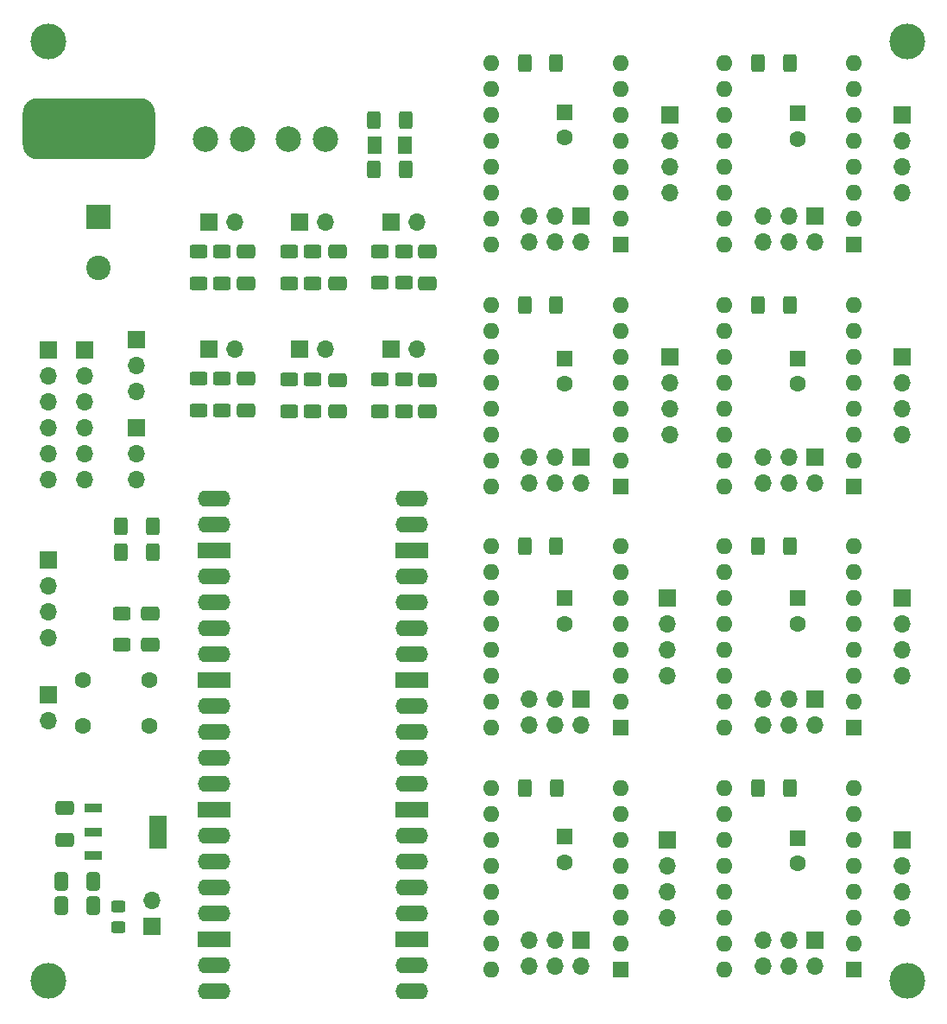
<source format=gbr>
%TF.GenerationSoftware,KiCad,Pcbnew,7.0.5*%
%TF.CreationDate,2023-08-20T17:21:48-04:00*%
%TF.ProjectId,RPi_Pico_W_A4988_control_board,5250695f-5069-4636-9f5f-575f41343938,rev?*%
%TF.SameCoordinates,Original*%
%TF.FileFunction,Soldermask,Top*%
%TF.FilePolarity,Negative*%
%FSLAX46Y46*%
G04 Gerber Fmt 4.6, Leading zero omitted, Abs format (unit mm)*
G04 Created by KiCad (PCBNEW 7.0.5) date 2023-08-20 17:21:48*
%MOMM*%
%LPD*%
G01*
G04 APERTURE LIST*
G04 Aperture macros list*
%AMRoundRect*
0 Rectangle with rounded corners*
0 $1 Rounding radius*
0 $2 $3 $4 $5 $6 $7 $8 $9 X,Y pos of 4 corners*
0 Add a 4 corners polygon primitive as box body*
4,1,4,$2,$3,$4,$5,$6,$7,$8,$9,$2,$3,0*
0 Add four circle primitives for the rounded corners*
1,1,$1+$1,$2,$3*
1,1,$1+$1,$4,$5*
1,1,$1+$1,$6,$7*
1,1,$1+$1,$8,$9*
0 Add four rect primitives between the rounded corners*
20,1,$1+$1,$2,$3,$4,$5,0*
20,1,$1+$1,$4,$5,$6,$7,0*
20,1,$1+$1,$6,$7,$8,$9,0*
20,1,$1+$1,$8,$9,$2,$3,0*%
G04 Aperture macros list end*
%ADD10C,1.600000*%
%ADD11R,1.750000X0.950000*%
%ADD12R,1.750000X3.200000*%
%ADD13RoundRect,0.250000X-0.400000X-0.625000X0.400000X-0.625000X0.400000X0.625000X-0.400000X0.625000X0*%
%ADD14R,1.600000X1.600000*%
%ADD15R,1.700000X1.700000*%
%ADD16O,1.700000X1.700000*%
%ADD17RoundRect,0.250000X0.650000X-0.412500X0.650000X0.412500X-0.650000X0.412500X-0.650000X-0.412500X0*%
%ADD18RoundRect,0.250000X0.625000X-0.400000X0.625000X0.400000X-0.625000X0.400000X-0.625000X-0.400000X0*%
%ADD19C,2.500000*%
%ADD20C,3.500000*%
%ADD21RoundRect,1.500000X-5.000000X1.500000X-5.000000X-1.500000X5.000000X-1.500000X5.000000X1.500000X0*%
%ADD22O,1.600000X1.600000*%
%ADD23RoundRect,0.250000X0.400000X0.625000X-0.400000X0.625000X-0.400000X-0.625000X0.400000X-0.625000X0*%
%ADD24RoundRect,0.250001X0.462499X0.624999X-0.462499X0.624999X-0.462499X-0.624999X0.462499X-0.624999X0*%
%ADD25R,2.400000X2.400000*%
%ADD26C,2.400000*%
%ADD27RoundRect,0.250000X0.450000X-0.325000X0.450000X0.325000X-0.450000X0.325000X-0.450000X-0.325000X0*%
%ADD28RoundRect,0.250000X0.412500X0.650000X-0.412500X0.650000X-0.412500X-0.650000X0.412500X-0.650000X0*%
%ADD29RoundRect,0.250000X-0.650000X0.412500X-0.650000X-0.412500X0.650000X-0.412500X0.650000X0.412500X0*%
%ADD30O,3.200000X1.600000*%
%ADD31R,3.200000X1.600000*%
G04 APERTURE END LIST*
D10*
%TO.C,SW1*%
X107950000Y-93550000D03*
X107950000Y-98050000D03*
X114450000Y-93550000D03*
X114450000Y-98050000D03*
%TD*%
D11*
%TO.C,IC1*%
X108940000Y-106100000D03*
X108940000Y-108400000D03*
X108940000Y-110700000D03*
D12*
X115240000Y-108400000D03*
%TD*%
D13*
%TO.C,R38*%
X136450000Y-38700000D03*
X139550000Y-38700000D03*
%TD*%
D14*
%TO.C,C13*%
X178000000Y-38000000D03*
D10*
X178000000Y-40500000D03*
%TD*%
D15*
%TO.C,J2*%
X188250000Y-85510000D03*
D16*
X188250000Y-88050000D03*
X188250000Y-90590000D03*
X188250000Y-93130000D03*
%TD*%
D17*
%TO.C,C9*%
X141700000Y-67242500D03*
X141700000Y-64117500D03*
%TD*%
D15*
%TO.C,J13*%
X156805000Y-119025000D03*
D16*
X156805000Y-121565000D03*
X154265000Y-119025000D03*
X154265000Y-121565000D03*
X151725000Y-119025000D03*
X151725000Y-121565000D03*
%TD*%
D18*
%TO.C,R33*%
X128150000Y-67200000D03*
X128150000Y-64100000D03*
%TD*%
D19*
%TO.C,U1*%
X119905000Y-40550000D03*
X123565000Y-40550000D03*
X128035000Y-40550000D03*
X131695000Y-40550000D03*
%TD*%
D15*
%TO.C,J4*%
X165250000Y-109195000D03*
D16*
X165250000Y-111735000D03*
X165250000Y-114275000D03*
X165250000Y-116815000D03*
%TD*%
D18*
%TO.C,R28*%
X128150000Y-54637500D03*
X128150000Y-51537500D03*
%TD*%
D15*
%TO.C,J27*%
X165510000Y-38200000D03*
D16*
X165510000Y-40740000D03*
X165510000Y-43280000D03*
X165510000Y-45820000D03*
%TD*%
D15*
%TO.C,J8*%
X165510000Y-61865000D03*
D16*
X165510000Y-64405000D03*
X165510000Y-66945000D03*
X165510000Y-69485000D03*
%TD*%
D15*
%TO.C,J12*%
X138100000Y-61100000D03*
D16*
X140640000Y-61100000D03*
%TD*%
D13*
%TO.C,R40*%
X111650000Y-78500000D03*
X114750000Y-78500000D03*
%TD*%
D15*
%TO.C,J25*%
X179685000Y-48040000D03*
D16*
X179685000Y-50580000D03*
X177145000Y-48040000D03*
X177145000Y-50580000D03*
X174605000Y-48040000D03*
X174605000Y-50580000D03*
%TD*%
D20*
%TO.C,H3*%
X104500000Y-123000000D03*
%TD*%
%TO.C,H4*%
X188750000Y-123000000D03*
%TD*%
D18*
%TO.C,R37*%
X139375000Y-67200000D03*
X139375000Y-64100000D03*
%TD*%
D15*
%TO.C,J21*%
X108100000Y-61170000D03*
D16*
X108100000Y-63710000D03*
X108100000Y-66250000D03*
X108100000Y-68790000D03*
X108100000Y-71330000D03*
X108100000Y-73870000D03*
%TD*%
D15*
%TO.C,J28*%
X113150000Y-60140000D03*
D16*
X113150000Y-62680000D03*
X113150000Y-65220000D03*
%TD*%
D17*
%TO.C,C10*%
X114500000Y-90102500D03*
X114500000Y-86977500D03*
%TD*%
D21*
%TO.C,J31*%
X108500000Y-39500000D03*
%TD*%
D14*
%TO.C,A3*%
X183500000Y-98200000D03*
D22*
X183500000Y-95660000D03*
X183500000Y-93120000D03*
X183500000Y-90580000D03*
X183500000Y-88040000D03*
X183500000Y-85500000D03*
X183500000Y-82960000D03*
X183500000Y-80420000D03*
X170800000Y-80420000D03*
X170800000Y-82960000D03*
X170800000Y-85500000D03*
X170800000Y-88040000D03*
X170800000Y-90580000D03*
X170800000Y-93120000D03*
X170800000Y-95660000D03*
X170800000Y-98200000D03*
%TD*%
D15*
%TO.C,J11*%
X129200000Y-61100000D03*
D16*
X131740000Y-61100000D03*
%TD*%
D18*
%TO.C,R12*%
X121575000Y-54637500D03*
X121575000Y-51537500D03*
%TD*%
D15*
%TO.C,J22*%
X114700000Y-117675000D03*
D16*
X114700000Y-115135000D03*
%TD*%
D17*
%TO.C,C6*%
X141700000Y-54650000D03*
X141700000Y-51525000D03*
%TD*%
D18*
%TO.C,R30*%
X137050000Y-54600000D03*
X137050000Y-51500000D03*
%TD*%
D13*
%TO.C,R25*%
X151250000Y-80450000D03*
X154350000Y-80450000D03*
%TD*%
D14*
%TO.C,C15*%
X178000000Y-85500000D03*
D10*
X178000000Y-88000000D03*
%TD*%
D13*
%TO.C,R8*%
X174120000Y-104080000D03*
X177220000Y-104080000D03*
%TD*%
D14*
%TO.C,C17*%
X155150000Y-62000000D03*
D10*
X155150000Y-64500000D03*
%TD*%
D18*
%TO.C,R36*%
X130475000Y-67200000D03*
X130475000Y-64100000D03*
%TD*%
D20*
%TO.C,H1*%
X104500000Y-31000000D03*
%TD*%
D14*
%TO.C,C19*%
X178000000Y-109000000D03*
D10*
X178000000Y-111500000D03*
%TD*%
D14*
%TO.C,A2*%
X183500000Y-121865000D03*
D22*
X183500000Y-119325000D03*
X183500000Y-116785000D03*
X183500000Y-114245000D03*
X183500000Y-111705000D03*
X183500000Y-109165000D03*
X183500000Y-106625000D03*
X183500000Y-104085000D03*
X170800000Y-104085000D03*
X170800000Y-106625000D03*
X170800000Y-109165000D03*
X170800000Y-111705000D03*
X170800000Y-114245000D03*
X170800000Y-116785000D03*
X170800000Y-119325000D03*
X170800000Y-121865000D03*
%TD*%
D13*
%TO.C,R1*%
X151290000Y-104100000D03*
X154390000Y-104100000D03*
%TD*%
D14*
%TO.C,C12*%
X155150000Y-37900000D03*
D10*
X155150000Y-40400000D03*
%TD*%
D14*
%TO.C,C16*%
X155150000Y-85500000D03*
D10*
X155150000Y-88000000D03*
%TD*%
D15*
%TO.C,J17*%
X179685000Y-71705000D03*
D16*
X179685000Y-74245000D03*
X177145000Y-71705000D03*
X177145000Y-74245000D03*
X174605000Y-71705000D03*
X174605000Y-74245000D03*
%TD*%
D23*
%TO.C,R10*%
X139550000Y-43500000D03*
X136450000Y-43500000D03*
%TD*%
D20*
%TO.C,H2*%
X188750000Y-31000000D03*
%TD*%
D15*
%TO.C,J19*%
X104550000Y-81740000D03*
D16*
X104550000Y-84280000D03*
X104550000Y-86820000D03*
X104550000Y-89360000D03*
%TD*%
D18*
%TO.C,R39*%
X111700000Y-90090000D03*
X111700000Y-86990000D03*
%TD*%
D15*
%TO.C,J5*%
X188250000Y-61845000D03*
D16*
X188250000Y-64385000D03*
X188250000Y-66925000D03*
X188250000Y-69465000D03*
%TD*%
D13*
%TO.C,R41*%
X111650000Y-81040000D03*
X114750000Y-81040000D03*
%TD*%
D14*
%TO.C,A7*%
X160620000Y-50890000D03*
D22*
X160620000Y-48350000D03*
X160620000Y-45810000D03*
X160620000Y-43270000D03*
X160620000Y-40730000D03*
X160620000Y-38190000D03*
X160620000Y-35650000D03*
X160620000Y-33110000D03*
X147920000Y-33110000D03*
X147920000Y-35650000D03*
X147920000Y-38190000D03*
X147920000Y-40730000D03*
X147920000Y-43270000D03*
X147920000Y-45810000D03*
X147920000Y-48350000D03*
X147920000Y-50890000D03*
%TD*%
D24*
%TO.C,D4*%
X139465000Y-41100000D03*
X136490000Y-41100000D03*
%TD*%
D15*
%TO.C,J26*%
X188250000Y-38180000D03*
D16*
X188250000Y-40720000D03*
X188250000Y-43260000D03*
X188250000Y-45800000D03*
%TD*%
D18*
%TO.C,R32*%
X119275000Y-67100000D03*
X119275000Y-64000000D03*
%TD*%
D17*
%TO.C,C8*%
X132850000Y-67242500D03*
X132850000Y-64117500D03*
%TD*%
D18*
%TO.C,R31*%
X139375000Y-54607500D03*
X139375000Y-51507500D03*
%TD*%
D25*
%TO.C,C11*%
X109400000Y-48176041D03*
D26*
X109400000Y-53176041D03*
%TD*%
D14*
%TO.C,A5*%
X183500000Y-74535000D03*
D22*
X183500000Y-71995000D03*
X183500000Y-69455000D03*
X183500000Y-66915000D03*
X183500000Y-64375000D03*
X183500000Y-61835000D03*
X183500000Y-59295000D03*
X183500000Y-56755000D03*
X170800000Y-56755000D03*
X170800000Y-59295000D03*
X170800000Y-61835000D03*
X170800000Y-64375000D03*
X170800000Y-66915000D03*
X170800000Y-69455000D03*
X170800000Y-71995000D03*
X170800000Y-74535000D03*
%TD*%
D14*
%TO.C,A6*%
X160620000Y-74555000D03*
D22*
X160620000Y-72015000D03*
X160620000Y-69475000D03*
X160620000Y-66935000D03*
X160620000Y-64395000D03*
X160620000Y-61855000D03*
X160620000Y-59315000D03*
X160620000Y-56775000D03*
X147920000Y-56775000D03*
X147920000Y-59315000D03*
X147920000Y-61855000D03*
X147920000Y-64395000D03*
X147920000Y-66935000D03*
X147920000Y-69475000D03*
X147920000Y-72015000D03*
X147920000Y-74555000D03*
%TD*%
D14*
%TO.C,A1*%
X160620000Y-121885000D03*
D22*
X160620000Y-119345000D03*
X160620000Y-116805000D03*
X160620000Y-114265000D03*
X160620000Y-111725000D03*
X160620000Y-109185000D03*
X160620000Y-106645000D03*
X160620000Y-104105000D03*
X147920000Y-104105000D03*
X147920000Y-106645000D03*
X147920000Y-109185000D03*
X147920000Y-111725000D03*
X147920000Y-114265000D03*
X147920000Y-116805000D03*
X147920000Y-119345000D03*
X147920000Y-121885000D03*
%TD*%
D14*
%TO.C,C18*%
X155150000Y-108900000D03*
D10*
X155150000Y-111400000D03*
%TD*%
D15*
%TO.C,J18*%
X156805000Y-71725000D03*
D16*
X156805000Y-74265000D03*
X154265000Y-71725000D03*
X154265000Y-74265000D03*
X151725000Y-71725000D03*
X151725000Y-74265000D03*
%TD*%
D15*
%TO.C,J15*%
X179685000Y-95370000D03*
D16*
X179685000Y-97910000D03*
X177145000Y-95370000D03*
X177145000Y-97910000D03*
X174605000Y-95370000D03*
X174605000Y-97910000D03*
%TD*%
D27*
%TO.C,D2*%
X111400000Y-117725000D03*
X111400000Y-115675000D03*
%TD*%
D18*
%TO.C,R34*%
X137050000Y-67200000D03*
X137050000Y-64100000D03*
%TD*%
D13*
%TO.C,R26*%
X174120000Y-56780000D03*
X177220000Y-56780000D03*
%TD*%
D28*
%TO.C,C5*%
X108902500Y-115650000D03*
X105777500Y-115650000D03*
%TD*%
D13*
%TO.C,R27*%
X151250000Y-56800000D03*
X154350000Y-56800000D03*
%TD*%
D15*
%TO.C,J3*%
X165250000Y-85530000D03*
D16*
X165250000Y-88070000D03*
X165250000Y-90610000D03*
X165250000Y-93150000D03*
%TD*%
D15*
%TO.C,J9*%
X138100000Y-48687500D03*
D16*
X140640000Y-48687500D03*
%TD*%
D17*
%TO.C,C2*%
X123925000Y-54650000D03*
X123925000Y-51525000D03*
%TD*%
D28*
%TO.C,C3*%
X108902500Y-113250000D03*
X105777500Y-113250000D03*
%TD*%
D29*
%TO.C,C4*%
X106100000Y-106100000D03*
X106100000Y-109225000D03*
%TD*%
D13*
%TO.C,R15*%
X174120000Y-80430000D03*
X177220000Y-80430000D03*
%TD*%
D18*
%TO.C,R29*%
X130475000Y-54637500D03*
X130475000Y-51537500D03*
%TD*%
D14*
%TO.C,A8*%
X183500000Y-50870000D03*
D22*
X183500000Y-48330000D03*
X183500000Y-45790000D03*
X183500000Y-43250000D03*
X183500000Y-40710000D03*
X183500000Y-38170000D03*
X183500000Y-35630000D03*
X183500000Y-33090000D03*
X170800000Y-33090000D03*
X170800000Y-35630000D03*
X170800000Y-38170000D03*
X170800000Y-40710000D03*
X170800000Y-43250000D03*
X170800000Y-45790000D03*
X170800000Y-48330000D03*
X170800000Y-50870000D03*
%TD*%
D13*
%TO.C,R3*%
X174120000Y-33080000D03*
X177220000Y-33080000D03*
%TD*%
D17*
%TO.C,C1*%
X132850000Y-54650000D03*
X132850000Y-51525000D03*
%TD*%
D15*
%TO.C,J14*%
X179685000Y-119035000D03*
D16*
X179685000Y-121575000D03*
X177145000Y-119035000D03*
X177145000Y-121575000D03*
X174605000Y-119035000D03*
X174605000Y-121575000D03*
%TD*%
D15*
%TO.C,J16*%
X156805000Y-95390000D03*
D16*
X156805000Y-97930000D03*
X154265000Y-95390000D03*
X154265000Y-97930000D03*
X151725000Y-95390000D03*
X151725000Y-97930000D03*
%TD*%
D30*
%TO.C,IC2*%
X140190000Y-124040000D03*
X140190000Y-121500000D03*
D31*
X140190000Y-118960000D03*
D30*
X140190000Y-116420000D03*
X140190000Y-113880000D03*
X140190000Y-111340000D03*
X140190000Y-108800000D03*
D31*
X140190000Y-106260000D03*
D30*
X140190000Y-103720000D03*
X140190000Y-101180000D03*
X140190000Y-98640000D03*
X140190000Y-96100000D03*
D31*
X140190000Y-93560000D03*
D30*
X140190000Y-91020000D03*
X140190000Y-88480000D03*
X140190000Y-85940000D03*
X140190000Y-83400000D03*
D31*
X140190000Y-80860000D03*
D30*
X140190000Y-78320000D03*
X140190000Y-75780000D03*
X120810000Y-75780000D03*
X120810000Y-78320000D03*
D31*
X120810000Y-80860000D03*
D30*
X120810000Y-83400000D03*
X120810000Y-85940000D03*
X120810000Y-88480000D03*
X120810000Y-91020000D03*
D31*
X120810000Y-93560000D03*
D30*
X120810000Y-96100000D03*
X120810000Y-98640000D03*
X120810000Y-101180000D03*
X120810000Y-103720000D03*
D31*
X120810000Y-106260000D03*
D30*
X120810000Y-108800000D03*
X120810000Y-111340000D03*
X120810000Y-113880000D03*
X120810000Y-116420000D03*
D31*
X120810000Y-118960000D03*
D30*
X120810000Y-121500000D03*
X120810000Y-124040000D03*
%TD*%
D17*
%TO.C,C7*%
X123950000Y-67142500D03*
X123950000Y-64017500D03*
%TD*%
D13*
%TO.C,R2*%
X151250000Y-33100000D03*
X154350000Y-33100000D03*
%TD*%
D14*
%TO.C,A4*%
X160620000Y-98220000D03*
D22*
X160620000Y-95680000D03*
X160620000Y-93140000D03*
X160620000Y-90600000D03*
X160620000Y-88060000D03*
X160620000Y-85520000D03*
X160620000Y-82980000D03*
X160620000Y-80440000D03*
X147920000Y-80440000D03*
X147920000Y-82980000D03*
X147920000Y-85520000D03*
X147920000Y-88060000D03*
X147920000Y-90600000D03*
X147920000Y-93140000D03*
X147920000Y-95680000D03*
X147920000Y-98220000D03*
%TD*%
D15*
%TO.C,J24*%
X156805000Y-48060000D03*
D16*
X156805000Y-50600000D03*
X154265000Y-48060000D03*
X154265000Y-50600000D03*
X151725000Y-48060000D03*
X151725000Y-50600000D03*
%TD*%
D18*
%TO.C,R35*%
X121575000Y-67100000D03*
X121575000Y-64000000D03*
%TD*%
D15*
%TO.C,J10*%
X120300000Y-61100000D03*
D16*
X122840000Y-61100000D03*
%TD*%
D15*
%TO.C,J29*%
X113150000Y-68820000D03*
D16*
X113150000Y-71360000D03*
X113150000Y-73900000D03*
%TD*%
D14*
%TO.C,C14*%
X178000000Y-62000000D03*
D10*
X178000000Y-64500000D03*
%TD*%
D15*
%TO.C,J6*%
X120300000Y-48687500D03*
D16*
X122840000Y-48687500D03*
%TD*%
D15*
%TO.C,J23*%
X104550000Y-94960000D03*
D16*
X104550000Y-97500000D03*
%TD*%
D18*
%TO.C,R11*%
X119275000Y-54637500D03*
X119275000Y-51537500D03*
%TD*%
D15*
%TO.C,J20*%
X104500000Y-61170000D03*
D16*
X104500000Y-63710000D03*
X104500000Y-66250000D03*
X104500000Y-68790000D03*
X104500000Y-71330000D03*
X104500000Y-73870000D03*
%TD*%
D15*
%TO.C,J7*%
X129200000Y-48687500D03*
D16*
X131740000Y-48687500D03*
%TD*%
D15*
%TO.C,J1*%
X188250000Y-109175000D03*
D16*
X188250000Y-111715000D03*
X188250000Y-114255000D03*
X188250000Y-116795000D03*
%TD*%
M02*

</source>
